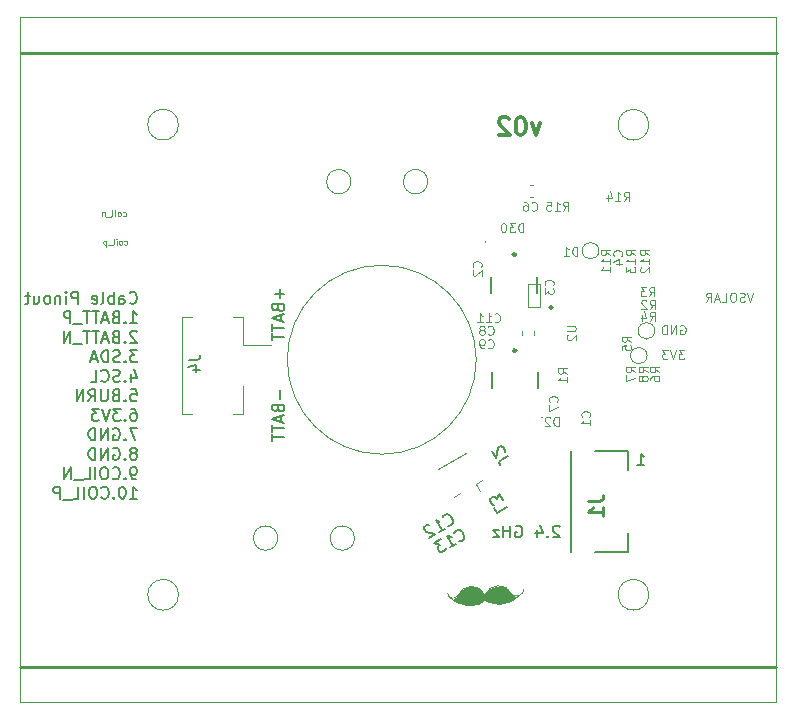
<source format=gbr>
%TF.GenerationSoftware,KiCad,Pcbnew,5.0.2-bee76a0~70~ubuntu18.04.1*%
%TF.CreationDate,2020-02-29T17:25:56-08:00*%
%TF.ProjectId,ypanel,7970616e-656c-42e6-9b69-6361645f7063,rev?*%
%TF.SameCoordinates,Original*%
%TF.FileFunction,Legend,Bot*%
%TF.FilePolarity,Positive*%
%FSLAX46Y46*%
G04 Gerber Fmt 4.6, Leading zero omitted, Abs format (unit mm)*
G04 Created by KiCad (PCBNEW 5.0.2-bee76a0~70~ubuntu18.04.1) date Sat 29 Feb 2020 05:25:56 PM PST*
%MOMM*%
%LPD*%
G01*
G04 APERTURE LIST*
%ADD10C,0.100000*%
%ADD11C,0.177800*%
%ADD12C,0.150000*%
%ADD13C,0.101600*%
%ADD14C,0.120000*%
%ADD15C,0.254000*%
%ADD16C,0.050000*%
%ADD17C,0.300000*%
%ADD18C,0.200000*%
%ADD19C,0.250000*%
%ADD20C,0.127000*%
G04 APERTURE END LIST*
D10*
X151587000Y-99000001D02*
G75*
G03X151587000Y-99000001I-8000000J0D01*
G01*
X134779564Y-114100000D02*
G75*
G03X134779564Y-114100000I-1029564J0D01*
G01*
X141279564Y-114100000D02*
G75*
G03X141279564Y-114100000I-1029564J0D01*
G01*
X126375000Y-118900000D02*
G75*
G03X126375000Y-118900000I-1300000J0D01*
G01*
X140979564Y-83920436D02*
G75*
G03X140979564Y-83920436I-1029564J0D01*
G01*
X147479564Y-83920436D02*
G75*
G03X147479564Y-83920436I-1029564J0D01*
G01*
X176975000Y-70000000D02*
X176975000Y-128000000D01*
D11*
X165214285Y-107952380D02*
X165785714Y-107952380D01*
X165500000Y-107952380D02*
X165500000Y-106952380D01*
X165595238Y-107095238D01*
X165690476Y-107190476D01*
X165785714Y-107238095D01*
X158638523Y-113136419D02*
X158590904Y-113088800D01*
X158495666Y-113041180D01*
X158257571Y-113041180D01*
X158162333Y-113088800D01*
X158114714Y-113136419D01*
X158067095Y-113231657D01*
X158067095Y-113326895D01*
X158114714Y-113469752D01*
X158686142Y-114041180D01*
X158067095Y-114041180D01*
X157638523Y-113945942D02*
X157590904Y-113993561D01*
X157638523Y-114041180D01*
X157686142Y-113993561D01*
X157638523Y-113945942D01*
X157638523Y-114041180D01*
X156733761Y-113374514D02*
X156733761Y-114041180D01*
X156971857Y-112993561D02*
X157209952Y-113707847D01*
X156590904Y-113707847D01*
X154924238Y-113088800D02*
X155019476Y-113041180D01*
X155162333Y-113041180D01*
X155305190Y-113088800D01*
X155400428Y-113184038D01*
X155448047Y-113279276D01*
X155495666Y-113469752D01*
X155495666Y-113612609D01*
X155448047Y-113803085D01*
X155400428Y-113898323D01*
X155305190Y-113993561D01*
X155162333Y-114041180D01*
X155067095Y-114041180D01*
X154924238Y-113993561D01*
X154876619Y-113945942D01*
X154876619Y-113612609D01*
X155067095Y-113612609D01*
X154448047Y-114041180D02*
X154448047Y-113041180D01*
X154448047Y-113517371D02*
X153876619Y-113517371D01*
X153876619Y-114041180D02*
X153876619Y-113041180D01*
X153495666Y-113374514D02*
X152971857Y-113374514D01*
X153495666Y-114041180D01*
X152971857Y-114041180D01*
D12*
X122232176Y-94164342D02*
X122279795Y-94211961D01*
X122422652Y-94259580D01*
X122517890Y-94259580D01*
X122660747Y-94211961D01*
X122755985Y-94116723D01*
X122803604Y-94021485D01*
X122851223Y-93831009D01*
X122851223Y-93688152D01*
X122803604Y-93497676D01*
X122755985Y-93402438D01*
X122660747Y-93307200D01*
X122517890Y-93259580D01*
X122422652Y-93259580D01*
X122279795Y-93307200D01*
X122232176Y-93354819D01*
X121375033Y-94259580D02*
X121375033Y-93735771D01*
X121422652Y-93640533D01*
X121517890Y-93592914D01*
X121708366Y-93592914D01*
X121803604Y-93640533D01*
X121375033Y-94211961D02*
X121470271Y-94259580D01*
X121708366Y-94259580D01*
X121803604Y-94211961D01*
X121851223Y-94116723D01*
X121851223Y-94021485D01*
X121803604Y-93926247D01*
X121708366Y-93878628D01*
X121470271Y-93878628D01*
X121375033Y-93831009D01*
X120898842Y-94259580D02*
X120898842Y-93259580D01*
X120898842Y-93640533D02*
X120803604Y-93592914D01*
X120613128Y-93592914D01*
X120517890Y-93640533D01*
X120470271Y-93688152D01*
X120422652Y-93783390D01*
X120422652Y-94069104D01*
X120470271Y-94164342D01*
X120517890Y-94211961D01*
X120613128Y-94259580D01*
X120803604Y-94259580D01*
X120898842Y-94211961D01*
X119851223Y-94259580D02*
X119946461Y-94211961D01*
X119994080Y-94116723D01*
X119994080Y-93259580D01*
X119089319Y-94211961D02*
X119184557Y-94259580D01*
X119375033Y-94259580D01*
X119470271Y-94211961D01*
X119517890Y-94116723D01*
X119517890Y-93735771D01*
X119470271Y-93640533D01*
X119375033Y-93592914D01*
X119184557Y-93592914D01*
X119089319Y-93640533D01*
X119041700Y-93735771D01*
X119041700Y-93831009D01*
X119517890Y-93926247D01*
X117851223Y-94259580D02*
X117851223Y-93259580D01*
X117470271Y-93259580D01*
X117375033Y-93307200D01*
X117327414Y-93354819D01*
X117279795Y-93450057D01*
X117279795Y-93592914D01*
X117327414Y-93688152D01*
X117375033Y-93735771D01*
X117470271Y-93783390D01*
X117851223Y-93783390D01*
X116851223Y-94259580D02*
X116851223Y-93592914D01*
X116851223Y-93259580D02*
X116898842Y-93307200D01*
X116851223Y-93354819D01*
X116803604Y-93307200D01*
X116851223Y-93259580D01*
X116851223Y-93354819D01*
X116375033Y-93592914D02*
X116375033Y-94259580D01*
X116375033Y-93688152D02*
X116327414Y-93640533D01*
X116232176Y-93592914D01*
X116089319Y-93592914D01*
X115994080Y-93640533D01*
X115946461Y-93735771D01*
X115946461Y-94259580D01*
X115327414Y-94259580D02*
X115422652Y-94211961D01*
X115470271Y-94164342D01*
X115517890Y-94069104D01*
X115517890Y-93783390D01*
X115470271Y-93688152D01*
X115422652Y-93640533D01*
X115327414Y-93592914D01*
X115184557Y-93592914D01*
X115089319Y-93640533D01*
X115041700Y-93688152D01*
X114994080Y-93783390D01*
X114994080Y-94069104D01*
X115041700Y-94164342D01*
X115089319Y-94211961D01*
X115184557Y-94259580D01*
X115327414Y-94259580D01*
X114136938Y-93592914D02*
X114136938Y-94259580D01*
X114565509Y-93592914D02*
X114565509Y-94116723D01*
X114517890Y-94211961D01*
X114422652Y-94259580D01*
X114279795Y-94259580D01*
X114184557Y-94211961D01*
X114136938Y-94164342D01*
X113803604Y-93592914D02*
X113422652Y-93592914D01*
X113660747Y-93259580D02*
X113660747Y-94116723D01*
X113613128Y-94211961D01*
X113517890Y-94259580D01*
X113422652Y-94259580D01*
X122279795Y-95909580D02*
X122851223Y-95909580D01*
X122565509Y-95909580D02*
X122565509Y-94909580D01*
X122660747Y-95052438D01*
X122755985Y-95147676D01*
X122851223Y-95195295D01*
X121851223Y-95814342D02*
X121803604Y-95861961D01*
X121851223Y-95909580D01*
X121898842Y-95861961D01*
X121851223Y-95814342D01*
X121851223Y-95909580D01*
X121041700Y-95385771D02*
X120898842Y-95433390D01*
X120851223Y-95481009D01*
X120803604Y-95576247D01*
X120803604Y-95719104D01*
X120851223Y-95814342D01*
X120898842Y-95861961D01*
X120994080Y-95909580D01*
X121375033Y-95909580D01*
X121375033Y-94909580D01*
X121041700Y-94909580D01*
X120946461Y-94957200D01*
X120898842Y-95004819D01*
X120851223Y-95100057D01*
X120851223Y-95195295D01*
X120898842Y-95290533D01*
X120946461Y-95338152D01*
X121041700Y-95385771D01*
X121375033Y-95385771D01*
X120422652Y-95623866D02*
X119946461Y-95623866D01*
X120517890Y-95909580D02*
X120184557Y-94909580D01*
X119851223Y-95909580D01*
X119660747Y-94909580D02*
X119089319Y-94909580D01*
X119375033Y-95909580D02*
X119375033Y-94909580D01*
X118898842Y-94909580D02*
X118327414Y-94909580D01*
X118613128Y-95909580D02*
X118613128Y-94909580D01*
X118232176Y-96004819D02*
X117470271Y-96004819D01*
X117232176Y-95909580D02*
X117232176Y-94909580D01*
X116851223Y-94909580D01*
X116755985Y-94957200D01*
X116708366Y-95004819D01*
X116660747Y-95100057D01*
X116660747Y-95242914D01*
X116708366Y-95338152D01*
X116755985Y-95385771D01*
X116851223Y-95433390D01*
X117232176Y-95433390D01*
X122851223Y-96654819D02*
X122803604Y-96607200D01*
X122708366Y-96559580D01*
X122470271Y-96559580D01*
X122375033Y-96607200D01*
X122327414Y-96654819D01*
X122279795Y-96750057D01*
X122279795Y-96845295D01*
X122327414Y-96988152D01*
X122898842Y-97559580D01*
X122279795Y-97559580D01*
X121851223Y-97464342D02*
X121803604Y-97511961D01*
X121851223Y-97559580D01*
X121898842Y-97511961D01*
X121851223Y-97464342D01*
X121851223Y-97559580D01*
X121041700Y-97035771D02*
X120898842Y-97083390D01*
X120851223Y-97131009D01*
X120803604Y-97226247D01*
X120803604Y-97369104D01*
X120851223Y-97464342D01*
X120898842Y-97511961D01*
X120994080Y-97559580D01*
X121375033Y-97559580D01*
X121375033Y-96559580D01*
X121041700Y-96559580D01*
X120946461Y-96607200D01*
X120898842Y-96654819D01*
X120851223Y-96750057D01*
X120851223Y-96845295D01*
X120898842Y-96940533D01*
X120946461Y-96988152D01*
X121041700Y-97035771D01*
X121375033Y-97035771D01*
X120422652Y-97273866D02*
X119946461Y-97273866D01*
X120517890Y-97559580D02*
X120184557Y-96559580D01*
X119851223Y-97559580D01*
X119660747Y-96559580D02*
X119089319Y-96559580D01*
X119375033Y-97559580D02*
X119375033Y-96559580D01*
X118898842Y-96559580D02*
X118327414Y-96559580D01*
X118613128Y-97559580D02*
X118613128Y-96559580D01*
X118232176Y-97654819D02*
X117470271Y-97654819D01*
X117232176Y-97559580D02*
X117232176Y-96559580D01*
X116660747Y-97559580D01*
X116660747Y-96559580D01*
X122898842Y-98209580D02*
X122279795Y-98209580D01*
X122613128Y-98590533D01*
X122470271Y-98590533D01*
X122375033Y-98638152D01*
X122327414Y-98685771D01*
X122279795Y-98781009D01*
X122279795Y-99019104D01*
X122327414Y-99114342D01*
X122375033Y-99161961D01*
X122470271Y-99209580D01*
X122755985Y-99209580D01*
X122851223Y-99161961D01*
X122898842Y-99114342D01*
X121851223Y-99114342D02*
X121803604Y-99161961D01*
X121851223Y-99209580D01*
X121898842Y-99161961D01*
X121851223Y-99114342D01*
X121851223Y-99209580D01*
X121422652Y-99161961D02*
X121279795Y-99209580D01*
X121041700Y-99209580D01*
X120946461Y-99161961D01*
X120898842Y-99114342D01*
X120851223Y-99019104D01*
X120851223Y-98923866D01*
X120898842Y-98828628D01*
X120946461Y-98781009D01*
X121041700Y-98733390D01*
X121232176Y-98685771D01*
X121327414Y-98638152D01*
X121375033Y-98590533D01*
X121422652Y-98495295D01*
X121422652Y-98400057D01*
X121375033Y-98304819D01*
X121327414Y-98257200D01*
X121232176Y-98209580D01*
X120994080Y-98209580D01*
X120851223Y-98257200D01*
X120422652Y-99209580D02*
X120422652Y-98209580D01*
X120184557Y-98209580D01*
X120041700Y-98257200D01*
X119946461Y-98352438D01*
X119898842Y-98447676D01*
X119851223Y-98638152D01*
X119851223Y-98781009D01*
X119898842Y-98971485D01*
X119946461Y-99066723D01*
X120041700Y-99161961D01*
X120184557Y-99209580D01*
X120422652Y-99209580D01*
X119470271Y-98923866D02*
X118994080Y-98923866D01*
X119565509Y-99209580D02*
X119232176Y-98209580D01*
X118898842Y-99209580D01*
X122375033Y-100192914D02*
X122375033Y-100859580D01*
X122613128Y-99811961D02*
X122851223Y-100526247D01*
X122232176Y-100526247D01*
X121851223Y-100764342D02*
X121803604Y-100811961D01*
X121851223Y-100859580D01*
X121898842Y-100811961D01*
X121851223Y-100764342D01*
X121851223Y-100859580D01*
X121422652Y-100811961D02*
X121279795Y-100859580D01*
X121041700Y-100859580D01*
X120946461Y-100811961D01*
X120898842Y-100764342D01*
X120851223Y-100669104D01*
X120851223Y-100573866D01*
X120898842Y-100478628D01*
X120946461Y-100431009D01*
X121041700Y-100383390D01*
X121232176Y-100335771D01*
X121327414Y-100288152D01*
X121375033Y-100240533D01*
X121422652Y-100145295D01*
X121422652Y-100050057D01*
X121375033Y-99954819D01*
X121327414Y-99907200D01*
X121232176Y-99859580D01*
X120994080Y-99859580D01*
X120851223Y-99907200D01*
X119851223Y-100764342D02*
X119898842Y-100811961D01*
X120041700Y-100859580D01*
X120136938Y-100859580D01*
X120279795Y-100811961D01*
X120375033Y-100716723D01*
X120422652Y-100621485D01*
X120470271Y-100431009D01*
X120470271Y-100288152D01*
X120422652Y-100097676D01*
X120375033Y-100002438D01*
X120279795Y-99907200D01*
X120136938Y-99859580D01*
X120041700Y-99859580D01*
X119898842Y-99907200D01*
X119851223Y-99954819D01*
X118946461Y-100859580D02*
X119422652Y-100859580D01*
X119422652Y-99859580D01*
X122327414Y-101509580D02*
X122803604Y-101509580D01*
X122851223Y-101985771D01*
X122803604Y-101938152D01*
X122708366Y-101890533D01*
X122470271Y-101890533D01*
X122375033Y-101938152D01*
X122327414Y-101985771D01*
X122279795Y-102081009D01*
X122279795Y-102319104D01*
X122327414Y-102414342D01*
X122375033Y-102461961D01*
X122470271Y-102509580D01*
X122708366Y-102509580D01*
X122803604Y-102461961D01*
X122851223Y-102414342D01*
X121851223Y-102414342D02*
X121803604Y-102461961D01*
X121851223Y-102509580D01*
X121898842Y-102461961D01*
X121851223Y-102414342D01*
X121851223Y-102509580D01*
X121041700Y-101985771D02*
X120898842Y-102033390D01*
X120851223Y-102081009D01*
X120803604Y-102176247D01*
X120803604Y-102319104D01*
X120851223Y-102414342D01*
X120898842Y-102461961D01*
X120994080Y-102509580D01*
X121375033Y-102509580D01*
X121375033Y-101509580D01*
X121041700Y-101509580D01*
X120946461Y-101557200D01*
X120898842Y-101604819D01*
X120851223Y-101700057D01*
X120851223Y-101795295D01*
X120898842Y-101890533D01*
X120946461Y-101938152D01*
X121041700Y-101985771D01*
X121375033Y-101985771D01*
X120375033Y-101509580D02*
X120375033Y-102319104D01*
X120327414Y-102414342D01*
X120279795Y-102461961D01*
X120184557Y-102509580D01*
X119994080Y-102509580D01*
X119898842Y-102461961D01*
X119851223Y-102414342D01*
X119803604Y-102319104D01*
X119803604Y-101509580D01*
X118755985Y-102509580D02*
X119089319Y-102033390D01*
X119327414Y-102509580D02*
X119327414Y-101509580D01*
X118946461Y-101509580D01*
X118851223Y-101557200D01*
X118803604Y-101604819D01*
X118755985Y-101700057D01*
X118755985Y-101842914D01*
X118803604Y-101938152D01*
X118851223Y-101985771D01*
X118946461Y-102033390D01*
X119327414Y-102033390D01*
X118327414Y-102509580D02*
X118327414Y-101509580D01*
X117755985Y-102509580D01*
X117755985Y-101509580D01*
X122375033Y-103159580D02*
X122565509Y-103159580D01*
X122660747Y-103207200D01*
X122708366Y-103254819D01*
X122803604Y-103397676D01*
X122851223Y-103588152D01*
X122851223Y-103969104D01*
X122803604Y-104064342D01*
X122755985Y-104111961D01*
X122660747Y-104159580D01*
X122470271Y-104159580D01*
X122375033Y-104111961D01*
X122327414Y-104064342D01*
X122279795Y-103969104D01*
X122279795Y-103731009D01*
X122327414Y-103635771D01*
X122375033Y-103588152D01*
X122470271Y-103540533D01*
X122660747Y-103540533D01*
X122755985Y-103588152D01*
X122803604Y-103635771D01*
X122851223Y-103731009D01*
X121851223Y-104064342D02*
X121803604Y-104111961D01*
X121851223Y-104159580D01*
X121898842Y-104111961D01*
X121851223Y-104064342D01*
X121851223Y-104159580D01*
X121470271Y-103159580D02*
X120851223Y-103159580D01*
X121184557Y-103540533D01*
X121041700Y-103540533D01*
X120946461Y-103588152D01*
X120898842Y-103635771D01*
X120851223Y-103731009D01*
X120851223Y-103969104D01*
X120898842Y-104064342D01*
X120946461Y-104111961D01*
X121041700Y-104159580D01*
X121327414Y-104159580D01*
X121422652Y-104111961D01*
X121470271Y-104064342D01*
X120565509Y-103159580D02*
X120232176Y-104159580D01*
X119898842Y-103159580D01*
X119660747Y-103159580D02*
X119041700Y-103159580D01*
X119375033Y-103540533D01*
X119232176Y-103540533D01*
X119136938Y-103588152D01*
X119089319Y-103635771D01*
X119041700Y-103731009D01*
X119041700Y-103969104D01*
X119089319Y-104064342D01*
X119136938Y-104111961D01*
X119232176Y-104159580D01*
X119517890Y-104159580D01*
X119613128Y-104111961D01*
X119660747Y-104064342D01*
X122898842Y-104809580D02*
X122232176Y-104809580D01*
X122660747Y-105809580D01*
X121851223Y-105714342D02*
X121803604Y-105761961D01*
X121851223Y-105809580D01*
X121898842Y-105761961D01*
X121851223Y-105714342D01*
X121851223Y-105809580D01*
X120851223Y-104857200D02*
X120946461Y-104809580D01*
X121089319Y-104809580D01*
X121232176Y-104857200D01*
X121327414Y-104952438D01*
X121375033Y-105047676D01*
X121422652Y-105238152D01*
X121422652Y-105381009D01*
X121375033Y-105571485D01*
X121327414Y-105666723D01*
X121232176Y-105761961D01*
X121089319Y-105809580D01*
X120994080Y-105809580D01*
X120851223Y-105761961D01*
X120803604Y-105714342D01*
X120803604Y-105381009D01*
X120994080Y-105381009D01*
X120375033Y-105809580D02*
X120375033Y-104809580D01*
X119803604Y-105809580D01*
X119803604Y-104809580D01*
X119327414Y-105809580D02*
X119327414Y-104809580D01*
X119089319Y-104809580D01*
X118946461Y-104857200D01*
X118851223Y-104952438D01*
X118803604Y-105047676D01*
X118755985Y-105238152D01*
X118755985Y-105381009D01*
X118803604Y-105571485D01*
X118851223Y-105666723D01*
X118946461Y-105761961D01*
X119089319Y-105809580D01*
X119327414Y-105809580D01*
X122660747Y-106888152D02*
X122755985Y-106840533D01*
X122803604Y-106792914D01*
X122851223Y-106697676D01*
X122851223Y-106650057D01*
X122803604Y-106554819D01*
X122755985Y-106507200D01*
X122660747Y-106459580D01*
X122470271Y-106459580D01*
X122375033Y-106507200D01*
X122327414Y-106554819D01*
X122279795Y-106650057D01*
X122279795Y-106697676D01*
X122327414Y-106792914D01*
X122375033Y-106840533D01*
X122470271Y-106888152D01*
X122660747Y-106888152D01*
X122755985Y-106935771D01*
X122803604Y-106983390D01*
X122851223Y-107078628D01*
X122851223Y-107269104D01*
X122803604Y-107364342D01*
X122755985Y-107411961D01*
X122660747Y-107459580D01*
X122470271Y-107459580D01*
X122375033Y-107411961D01*
X122327414Y-107364342D01*
X122279795Y-107269104D01*
X122279795Y-107078628D01*
X122327414Y-106983390D01*
X122375033Y-106935771D01*
X122470271Y-106888152D01*
X121851223Y-107364342D02*
X121803604Y-107411961D01*
X121851223Y-107459580D01*
X121898842Y-107411961D01*
X121851223Y-107364342D01*
X121851223Y-107459580D01*
X120851223Y-106507200D02*
X120946461Y-106459580D01*
X121089319Y-106459580D01*
X121232176Y-106507200D01*
X121327414Y-106602438D01*
X121375033Y-106697676D01*
X121422652Y-106888152D01*
X121422652Y-107031009D01*
X121375033Y-107221485D01*
X121327414Y-107316723D01*
X121232176Y-107411961D01*
X121089319Y-107459580D01*
X120994080Y-107459580D01*
X120851223Y-107411961D01*
X120803604Y-107364342D01*
X120803604Y-107031009D01*
X120994080Y-107031009D01*
X120375033Y-107459580D02*
X120375033Y-106459580D01*
X119803604Y-107459580D01*
X119803604Y-106459580D01*
X119327414Y-107459580D02*
X119327414Y-106459580D01*
X119089319Y-106459580D01*
X118946461Y-106507200D01*
X118851223Y-106602438D01*
X118803604Y-106697676D01*
X118755985Y-106888152D01*
X118755985Y-107031009D01*
X118803604Y-107221485D01*
X118851223Y-107316723D01*
X118946461Y-107411961D01*
X119089319Y-107459580D01*
X119327414Y-107459580D01*
X122755985Y-109109580D02*
X122565509Y-109109580D01*
X122470271Y-109061961D01*
X122422652Y-109014342D01*
X122327414Y-108871485D01*
X122279795Y-108681009D01*
X122279795Y-108300057D01*
X122327414Y-108204819D01*
X122375033Y-108157200D01*
X122470271Y-108109580D01*
X122660747Y-108109580D01*
X122755985Y-108157200D01*
X122803604Y-108204819D01*
X122851223Y-108300057D01*
X122851223Y-108538152D01*
X122803604Y-108633390D01*
X122755985Y-108681009D01*
X122660747Y-108728628D01*
X122470271Y-108728628D01*
X122375033Y-108681009D01*
X122327414Y-108633390D01*
X122279795Y-108538152D01*
X121851223Y-109014342D02*
X121803604Y-109061961D01*
X121851223Y-109109580D01*
X121898842Y-109061961D01*
X121851223Y-109014342D01*
X121851223Y-109109580D01*
X120803604Y-109014342D02*
X120851223Y-109061961D01*
X120994080Y-109109580D01*
X121089319Y-109109580D01*
X121232176Y-109061961D01*
X121327414Y-108966723D01*
X121375033Y-108871485D01*
X121422652Y-108681009D01*
X121422652Y-108538152D01*
X121375033Y-108347676D01*
X121327414Y-108252438D01*
X121232176Y-108157200D01*
X121089319Y-108109580D01*
X120994080Y-108109580D01*
X120851223Y-108157200D01*
X120803604Y-108204819D01*
X120184557Y-108109580D02*
X119994080Y-108109580D01*
X119898842Y-108157200D01*
X119803604Y-108252438D01*
X119755985Y-108442914D01*
X119755985Y-108776247D01*
X119803604Y-108966723D01*
X119898842Y-109061961D01*
X119994080Y-109109580D01*
X120184557Y-109109580D01*
X120279795Y-109061961D01*
X120375033Y-108966723D01*
X120422652Y-108776247D01*
X120422652Y-108442914D01*
X120375033Y-108252438D01*
X120279795Y-108157200D01*
X120184557Y-108109580D01*
X119327414Y-109109580D02*
X119327414Y-108109580D01*
X118375033Y-109109580D02*
X118851223Y-109109580D01*
X118851223Y-108109580D01*
X118279795Y-109204819D02*
X117517890Y-109204819D01*
X117279795Y-109109580D02*
X117279795Y-108109580D01*
X116708366Y-109109580D01*
X116708366Y-108109580D01*
X122279795Y-110759580D02*
X122851223Y-110759580D01*
X122565509Y-110759580D02*
X122565509Y-109759580D01*
X122660747Y-109902438D01*
X122755985Y-109997676D01*
X122851223Y-110045295D01*
X121660747Y-109759580D02*
X121565509Y-109759580D01*
X121470271Y-109807200D01*
X121422652Y-109854819D01*
X121375033Y-109950057D01*
X121327414Y-110140533D01*
X121327414Y-110378628D01*
X121375033Y-110569104D01*
X121422652Y-110664342D01*
X121470271Y-110711961D01*
X121565509Y-110759580D01*
X121660747Y-110759580D01*
X121755985Y-110711961D01*
X121803604Y-110664342D01*
X121851223Y-110569104D01*
X121898842Y-110378628D01*
X121898842Y-110140533D01*
X121851223Y-109950057D01*
X121803604Y-109854819D01*
X121755985Y-109807200D01*
X121660747Y-109759580D01*
X120898842Y-110664342D02*
X120851223Y-110711961D01*
X120898842Y-110759580D01*
X120946461Y-110711961D01*
X120898842Y-110664342D01*
X120898842Y-110759580D01*
X119851223Y-110664342D02*
X119898842Y-110711961D01*
X120041700Y-110759580D01*
X120136938Y-110759580D01*
X120279795Y-110711961D01*
X120375033Y-110616723D01*
X120422652Y-110521485D01*
X120470271Y-110331009D01*
X120470271Y-110188152D01*
X120422652Y-109997676D01*
X120375033Y-109902438D01*
X120279795Y-109807200D01*
X120136938Y-109759580D01*
X120041700Y-109759580D01*
X119898842Y-109807200D01*
X119851223Y-109854819D01*
X119232176Y-109759580D02*
X119041700Y-109759580D01*
X118946461Y-109807200D01*
X118851223Y-109902438D01*
X118803604Y-110092914D01*
X118803604Y-110426247D01*
X118851223Y-110616723D01*
X118946461Y-110711961D01*
X119041700Y-110759580D01*
X119232176Y-110759580D01*
X119327414Y-110711961D01*
X119422652Y-110616723D01*
X119470271Y-110426247D01*
X119470271Y-110092914D01*
X119422652Y-109902438D01*
X119327414Y-109807200D01*
X119232176Y-109759580D01*
X118375033Y-110759580D02*
X118375033Y-109759580D01*
X117422652Y-110759580D02*
X117898842Y-110759580D01*
X117898842Y-109759580D01*
X117327414Y-110854819D02*
X116565509Y-110854819D01*
X116327414Y-110759580D02*
X116327414Y-109759580D01*
X115946461Y-109759580D01*
X115851223Y-109807200D01*
X115803604Y-109854819D01*
X115755985Y-109950057D01*
X115755985Y-110092914D01*
X115803604Y-110188152D01*
X115851223Y-110235771D01*
X115946461Y-110283390D01*
X116327414Y-110283390D01*
D13*
X168880571Y-96119000D02*
X168953142Y-96082714D01*
X169062000Y-96082714D01*
X169170857Y-96119000D01*
X169243428Y-96191571D01*
X169279714Y-96264142D01*
X169316000Y-96409285D01*
X169316000Y-96518142D01*
X169279714Y-96663285D01*
X169243428Y-96735857D01*
X169170857Y-96808428D01*
X169062000Y-96844714D01*
X168989428Y-96844714D01*
X168880571Y-96808428D01*
X168844285Y-96772142D01*
X168844285Y-96518142D01*
X168989428Y-96518142D01*
X168517714Y-96844714D02*
X168517714Y-96082714D01*
X168082285Y-96844714D01*
X168082285Y-96082714D01*
X167719428Y-96844714D02*
X167719428Y-96082714D01*
X167538000Y-96082714D01*
X167429142Y-96119000D01*
X167356571Y-96191571D01*
X167320285Y-96264142D01*
X167284000Y-96409285D01*
X167284000Y-96518142D01*
X167320285Y-96663285D01*
X167356571Y-96735857D01*
X167429142Y-96808428D01*
X167538000Y-96844714D01*
X167719428Y-96844714D01*
X169193428Y-98182714D02*
X168721714Y-98182714D01*
X168975714Y-98473000D01*
X168866857Y-98473000D01*
X168794285Y-98509285D01*
X168758000Y-98545571D01*
X168721714Y-98618142D01*
X168721714Y-98799571D01*
X168758000Y-98872142D01*
X168794285Y-98908428D01*
X168866857Y-98944714D01*
X169084571Y-98944714D01*
X169157142Y-98908428D01*
X169193428Y-98872142D01*
X168504000Y-98182714D02*
X168250000Y-98944714D01*
X167996000Y-98182714D01*
X167814571Y-98182714D02*
X167342857Y-98182714D01*
X167596857Y-98473000D01*
X167488000Y-98473000D01*
X167415428Y-98509285D01*
X167379142Y-98545571D01*
X167342857Y-98618142D01*
X167342857Y-98799571D01*
X167379142Y-98872142D01*
X167415428Y-98908428D01*
X167488000Y-98944714D01*
X167705714Y-98944714D01*
X167778285Y-98908428D01*
X167814571Y-98872142D01*
X175039020Y-93331574D02*
X174785020Y-94093574D01*
X174531020Y-93331574D01*
X174313305Y-94057288D02*
X174204448Y-94093574D01*
X174023020Y-94093574D01*
X173950448Y-94057288D01*
X173914162Y-94021002D01*
X173877877Y-93948431D01*
X173877877Y-93875860D01*
X173914162Y-93803288D01*
X173950448Y-93767002D01*
X174023020Y-93730717D01*
X174168162Y-93694431D01*
X174240734Y-93658145D01*
X174277020Y-93621860D01*
X174313305Y-93549288D01*
X174313305Y-93476717D01*
X174277020Y-93404145D01*
X174240734Y-93367860D01*
X174168162Y-93331574D01*
X173986734Y-93331574D01*
X173877877Y-93367860D01*
X173406162Y-93331574D02*
X173261020Y-93331574D01*
X173188448Y-93367860D01*
X173115877Y-93440431D01*
X173079591Y-93585574D01*
X173079591Y-93839574D01*
X173115877Y-93984717D01*
X173188448Y-94057288D01*
X173261020Y-94093574D01*
X173406162Y-94093574D01*
X173478734Y-94057288D01*
X173551305Y-93984717D01*
X173587591Y-93839574D01*
X173587591Y-93585574D01*
X173551305Y-93440431D01*
X173478734Y-93367860D01*
X173406162Y-93331574D01*
X172390162Y-94093574D02*
X172753020Y-94093574D01*
X172753020Y-93331574D01*
X172172448Y-93875860D02*
X171809591Y-93875860D01*
X172245020Y-94093574D02*
X171991020Y-93331574D01*
X171737020Y-94093574D01*
X171047591Y-94093574D02*
X171301591Y-93730717D01*
X171483020Y-94093574D02*
X171483020Y-93331574D01*
X171192734Y-93331574D01*
X171120162Y-93367860D01*
X171083877Y-93404145D01*
X171047591Y-93476717D01*
X171047591Y-93585574D01*
X171083877Y-93658145D01*
X171120162Y-93694431D01*
X171192734Y-93730717D01*
X171483020Y-93730717D01*
D14*
X156011200Y-92624800D02*
X156011200Y-94555200D01*
X157027200Y-92624800D02*
X156011200Y-92624800D01*
X157027200Y-94555200D02*
X157027200Y-92624800D01*
X156011200Y-94555200D02*
X157027200Y-94555200D01*
D15*
X113000000Y-125000000D02*
X176987200Y-125000000D01*
X113030000Y-72999600D02*
X177017200Y-72999600D01*
D10*
X166200000Y-118900000D02*
G75*
G03X166200000Y-118900000I-1300000J0D01*
G01*
D16*
X126372800Y-79100000D02*
G75*
G03X126372800Y-79100000I-1300000J0D01*
G01*
D10*
X166195000Y-79102480D02*
G75*
G03X166195000Y-79102480I-1300000J0D01*
G01*
X121804809Y-89229380D02*
X121852428Y-89253190D01*
X121947666Y-89253190D01*
X121995285Y-89229380D01*
X122019095Y-89205571D01*
X122042904Y-89157952D01*
X122042904Y-89015095D01*
X122019095Y-88967476D01*
X121995285Y-88943666D01*
X121947666Y-88919857D01*
X121852428Y-88919857D01*
X121804809Y-88943666D01*
X121519095Y-89253190D02*
X121566714Y-89229380D01*
X121590523Y-89205571D01*
X121614333Y-89157952D01*
X121614333Y-89015095D01*
X121590523Y-88967476D01*
X121566714Y-88943666D01*
X121519095Y-88919857D01*
X121447666Y-88919857D01*
X121400047Y-88943666D01*
X121376238Y-88967476D01*
X121352428Y-89015095D01*
X121352428Y-89157952D01*
X121376238Y-89205571D01*
X121400047Y-89229380D01*
X121447666Y-89253190D01*
X121519095Y-89253190D01*
X121138142Y-89253190D02*
X121138142Y-88919857D01*
X121138142Y-88753190D02*
X121161952Y-88777000D01*
X121138142Y-88800809D01*
X121114333Y-88777000D01*
X121138142Y-88753190D01*
X121138142Y-88800809D01*
X120828619Y-89253190D02*
X120876238Y-89229380D01*
X120900047Y-89181761D01*
X120900047Y-88753190D01*
X120757190Y-89300809D02*
X120376238Y-89300809D01*
X120257190Y-88919857D02*
X120257190Y-89419857D01*
X120257190Y-88943666D02*
X120209571Y-88919857D01*
X120114333Y-88919857D01*
X120066714Y-88943666D01*
X120042904Y-88967476D01*
X120019095Y-89015095D01*
X120019095Y-89157952D01*
X120042904Y-89205571D01*
X120066714Y-89229380D01*
X120114333Y-89253190D01*
X120209571Y-89253190D01*
X120257190Y-89229380D01*
X121677809Y-86816380D02*
X121725428Y-86840190D01*
X121820666Y-86840190D01*
X121868285Y-86816380D01*
X121892095Y-86792571D01*
X121915904Y-86744952D01*
X121915904Y-86602095D01*
X121892095Y-86554476D01*
X121868285Y-86530666D01*
X121820666Y-86506857D01*
X121725428Y-86506857D01*
X121677809Y-86530666D01*
X121392095Y-86840190D02*
X121439714Y-86816380D01*
X121463523Y-86792571D01*
X121487333Y-86744952D01*
X121487333Y-86602095D01*
X121463523Y-86554476D01*
X121439714Y-86530666D01*
X121392095Y-86506857D01*
X121320666Y-86506857D01*
X121273047Y-86530666D01*
X121249238Y-86554476D01*
X121225428Y-86602095D01*
X121225428Y-86744952D01*
X121249238Y-86792571D01*
X121273047Y-86816380D01*
X121320666Y-86840190D01*
X121392095Y-86840190D01*
X121011142Y-86840190D02*
X121011142Y-86506857D01*
X121011142Y-86340190D02*
X121034952Y-86364000D01*
X121011142Y-86387809D01*
X120987333Y-86364000D01*
X121011142Y-86340190D01*
X121011142Y-86387809D01*
X120701619Y-86840190D02*
X120749238Y-86816380D01*
X120773047Y-86768761D01*
X120773047Y-86340190D01*
X120630190Y-86887809D02*
X120249238Y-86887809D01*
X120130190Y-86506857D02*
X120130190Y-86840190D01*
X120130190Y-86554476D02*
X120106380Y-86530666D01*
X120058761Y-86506857D01*
X119987333Y-86506857D01*
X119939714Y-86530666D01*
X119915904Y-86578285D01*
X119915904Y-86840190D01*
D17*
X156985714Y-78978571D02*
X156628571Y-79978571D01*
X156271428Y-78978571D01*
X155414285Y-78478571D02*
X155271428Y-78478571D01*
X155128571Y-78550000D01*
X155057142Y-78621428D01*
X154985714Y-78764285D01*
X154914285Y-79050000D01*
X154914285Y-79407142D01*
X154985714Y-79692857D01*
X155057142Y-79835714D01*
X155128571Y-79907142D01*
X155271428Y-79978571D01*
X155414285Y-79978571D01*
X155557142Y-79907142D01*
X155628571Y-79835714D01*
X155700000Y-79692857D01*
X155771428Y-79407142D01*
X155771428Y-79050000D01*
X155700000Y-78764285D01*
X155628571Y-78621428D01*
X155557142Y-78550000D01*
X155414285Y-78478571D01*
X154342857Y-78621428D02*
X154271428Y-78550000D01*
X154128571Y-78478571D01*
X153771428Y-78478571D01*
X153628571Y-78550000D01*
X153557142Y-78621428D01*
X153485714Y-78764285D01*
X153485714Y-78907142D01*
X153557142Y-79121428D01*
X154414285Y-79978571D01*
X153485714Y-79978571D01*
D14*
X152304520Y-119382960D02*
G75*
G02X149260774Y-119054102I-1332859J1913849D01*
G01*
X150018520Y-118976560D02*
G75*
G02X149171232Y-118783552I-390089J243807D01*
G01*
X150025578Y-118969223D02*
G75*
G02X152329919Y-118925761I1161342J-464537D01*
G01*
X155415248Y-118824117D02*
G75*
G02X152372520Y-119400360I-1899729J1709756D01*
G01*
X155632520Y-118375360D02*
G75*
G02X154616520Y-118883360I-635000J0D01*
G01*
X152311578Y-118918822D02*
G75*
G02X154615919Y-118875360I1161342J-464537D01*
G01*
D12*
X134945428Y-93051571D02*
X134945428Y-93813476D01*
X135326380Y-93432523D02*
X134564476Y-93432523D01*
X134802571Y-94623000D02*
X134850190Y-94765857D01*
X134897809Y-94813476D01*
X134993047Y-94861095D01*
X135135904Y-94861095D01*
X135231142Y-94813476D01*
X135278761Y-94765857D01*
X135326380Y-94670619D01*
X135326380Y-94289666D01*
X134326380Y-94289666D01*
X134326380Y-94623000D01*
X134374000Y-94718238D01*
X134421619Y-94765857D01*
X134516857Y-94813476D01*
X134612095Y-94813476D01*
X134707333Y-94765857D01*
X134754952Y-94718238D01*
X134802571Y-94623000D01*
X134802571Y-94289666D01*
X135040666Y-95242047D02*
X135040666Y-95718238D01*
X135326380Y-95146809D02*
X134326380Y-95480142D01*
X135326380Y-95813476D01*
X134326380Y-96003952D02*
X134326380Y-96575380D01*
X135326380Y-96289666D02*
X134326380Y-96289666D01*
X134326380Y-96765857D02*
X134326380Y-97337285D01*
X135326380Y-97051571D02*
X134326380Y-97051571D01*
X134945428Y-101560571D02*
X134945428Y-102322476D01*
X134802571Y-103132000D02*
X134850190Y-103274857D01*
X134897809Y-103322476D01*
X134993047Y-103370095D01*
X135135904Y-103370095D01*
X135231142Y-103322476D01*
X135278761Y-103274857D01*
X135326380Y-103179619D01*
X135326380Y-102798666D01*
X134326380Y-102798666D01*
X134326380Y-103132000D01*
X134374000Y-103227238D01*
X134421619Y-103274857D01*
X134516857Y-103322476D01*
X134612095Y-103322476D01*
X134707333Y-103274857D01*
X134754952Y-103227238D01*
X134802571Y-103132000D01*
X134802571Y-102798666D01*
X135040666Y-103751047D02*
X135040666Y-104227238D01*
X135326380Y-103655809D02*
X134326380Y-103989142D01*
X135326380Y-104322476D01*
X134326380Y-104512952D02*
X134326380Y-105084380D01*
X135326380Y-104798666D02*
X134326380Y-104798666D01*
X134326380Y-105274857D02*
X134326380Y-105846285D01*
X135326380Y-105560571D02*
X134326380Y-105560571D01*
D10*
X176975000Y-70000000D02*
X113000000Y-70000000D01*
X113000000Y-128000000D02*
X176975000Y-128000000D01*
X113000000Y-70000000D02*
X113000000Y-128000000D01*
D18*
X164450000Y-106750000D02*
X164450000Y-108300000D01*
X164450000Y-115250000D02*
X164450000Y-113700000D01*
X164450000Y-106750000D02*
X161600000Y-106750000D01*
X164450000Y-115250000D02*
X161600000Y-115250000D01*
X159570000Y-115250000D02*
X159570000Y-106750000D01*
D14*
X161967720Y-89773460D02*
G75*
G03X161967720Y-89773460I-700000J0D01*
G01*
X166700000Y-96550000D02*
G75*
G03X166700000Y-96550000I-700000J0D01*
G01*
X166050000Y-98650000D02*
G75*
G03X166050000Y-98650000I-700000J0D01*
G01*
X126640000Y-103585000D02*
X127490000Y-103585000D01*
X126640000Y-95415000D02*
X126640000Y-103585000D01*
X127490000Y-95415000D02*
X126640000Y-95415000D01*
X131860000Y-103585000D02*
X131860000Y-101260000D01*
X131010000Y-103585000D02*
X131860000Y-103585000D01*
X131860000Y-97740000D02*
X134250000Y-97740000D01*
X131860000Y-95415000D02*
X131860000Y-97740000D01*
X131010000Y-95415000D02*
X131860000Y-95415000D01*
D18*
X152361500Y-89026000D02*
G75*
G03X152361500Y-89026000I-19000J0D01*
G01*
D14*
X156423579Y-85244400D02*
X156098021Y-85244400D01*
X156423579Y-84224400D02*
X156098021Y-84224400D01*
D19*
X158045844Y-94570660D02*
G75*
G03X158045844Y-94570660I-125000J0D01*
G01*
D18*
X157166500Y-103910500D02*
G75*
G03X157166500Y-103910500I-19000J0D01*
G01*
D15*
X154968520Y-98210000D02*
G75*
G03X154968520Y-98210000I-127000J0D01*
G01*
D20*
X152892070Y-101429450D02*
X152892070Y-100070550D01*
X156790970Y-100070550D02*
X156790970Y-101429450D01*
D15*
X154935500Y-90093500D02*
G75*
G03X154935500Y-90093500I-127000J0D01*
G01*
D20*
X152859050Y-93312950D02*
X152859050Y-91954050D01*
X156757950Y-91954050D02*
X156757950Y-93312950D01*
D14*
X156510000Y-96587221D02*
X156510000Y-96912779D01*
X155490000Y-96587221D02*
X155490000Y-96912779D01*
X150711747Y-106884705D02*
X148373479Y-108234705D01*
X151560792Y-109535294D02*
X151875792Y-110080890D01*
X149690177Y-110615294D02*
X150244434Y-110295294D01*
X152115049Y-109215294D02*
X151560792Y-109535294D01*
D12*
X153091559Y-111570527D02*
X153329655Y-111982920D01*
X154195680Y-111482920D01*
X153838537Y-110864330D02*
X153529013Y-110328219D01*
X153365766Y-110807370D01*
X153294337Y-110683652D01*
X153205479Y-110624983D01*
X153140430Y-110607554D01*
X153034142Y-110613933D01*
X152827945Y-110732981D01*
X152769276Y-110821839D01*
X152751846Y-110886888D01*
X152758226Y-110993176D01*
X152901083Y-111240612D01*
X152989942Y-111299281D01*
X153054990Y-111316711D01*
X150135302Y-114337866D02*
X150200350Y-114355295D01*
X150347878Y-114325106D01*
X150430356Y-114277487D01*
X150530265Y-114164819D01*
X150565124Y-114034722D01*
X150558745Y-113928434D01*
X150504746Y-113739667D01*
X150433317Y-113615949D01*
X150296840Y-113474801D01*
X150207982Y-113416132D01*
X150077884Y-113381273D01*
X149930356Y-113411462D01*
X149847878Y-113459081D01*
X149747969Y-113571749D01*
X149730540Y-113636798D01*
X149358134Y-114896535D02*
X149853006Y-114610821D01*
X149605570Y-114753678D02*
X149105570Y-113887652D01*
X149259478Y-113963751D01*
X149389575Y-113998611D01*
X149495863Y-113992231D01*
X148569459Y-114197176D02*
X148033348Y-114506700D01*
X148512500Y-114669948D01*
X148388782Y-114741376D01*
X148330113Y-114830235D01*
X148312683Y-114895283D01*
X148319063Y-115001572D01*
X148438110Y-115207768D01*
X148526969Y-115266437D01*
X148592017Y-115283867D01*
X148698306Y-115277487D01*
X148945741Y-115134630D01*
X149004411Y-115045772D01*
X149021840Y-114980723D01*
X149185302Y-113037866D02*
X149250350Y-113055295D01*
X149397878Y-113025106D01*
X149480356Y-112977487D01*
X149580265Y-112864819D01*
X149615124Y-112734722D01*
X149608745Y-112628434D01*
X149554746Y-112439667D01*
X149483317Y-112315949D01*
X149346840Y-112174801D01*
X149257982Y-112116132D01*
X149127884Y-112081273D01*
X148980356Y-112111462D01*
X148897878Y-112159081D01*
X148797969Y-112271749D01*
X148780540Y-112336798D01*
X148408134Y-113596535D02*
X148903006Y-113310821D01*
X148655570Y-113453678D02*
X148155570Y-112587652D01*
X148309478Y-112663751D01*
X148439575Y-112698611D01*
X148545863Y-112692231D01*
X147625839Y-113003464D02*
X147560790Y-112986034D01*
X147454502Y-112992414D01*
X147248306Y-113111462D01*
X147189637Y-113200320D01*
X147172207Y-113265369D01*
X147178586Y-113371657D01*
X147226206Y-113454136D01*
X147338873Y-113554044D01*
X148119459Y-113763201D01*
X147583348Y-114072725D01*
D15*
X161070483Y-110948526D02*
X161977626Y-110948526D01*
X162159055Y-110888050D01*
X162280007Y-110767098D01*
X162340483Y-110585669D01*
X162340483Y-110464717D01*
X162340483Y-112218526D02*
X162340483Y-111492812D01*
X162340483Y-111855669D02*
X161070483Y-111855669D01*
X161251912Y-111734717D01*
X161372864Y-111613764D01*
X161433340Y-111492812D01*
D12*
X127231660Y-98988866D02*
X127945946Y-98988866D01*
X128088803Y-98941247D01*
X128184041Y-98846009D01*
X128231660Y-98703152D01*
X128231660Y-98607914D01*
X127564994Y-99893628D02*
X128231660Y-99893628D01*
X127184041Y-99655533D02*
X127898327Y-99417438D01*
X127898327Y-100036485D01*
D13*
X155575285Y-88194714D02*
X155575285Y-87432714D01*
X155393857Y-87432714D01*
X155285000Y-87469000D01*
X155212428Y-87541571D01*
X155176142Y-87614142D01*
X155139857Y-87759285D01*
X155139857Y-87868142D01*
X155176142Y-88013285D01*
X155212428Y-88085857D01*
X155285000Y-88158428D01*
X155393857Y-88194714D01*
X155575285Y-88194714D01*
X154885857Y-87432714D02*
X154414142Y-87432714D01*
X154668142Y-87723000D01*
X154559285Y-87723000D01*
X154486714Y-87759285D01*
X154450428Y-87795571D01*
X154414142Y-87868142D01*
X154414142Y-88049571D01*
X154450428Y-88122142D01*
X154486714Y-88158428D01*
X154559285Y-88194714D01*
X154777000Y-88194714D01*
X154849571Y-88158428D01*
X154885857Y-88122142D01*
X153942428Y-87432714D02*
X153869857Y-87432714D01*
X153797285Y-87469000D01*
X153761000Y-87505285D01*
X153724714Y-87577857D01*
X153688428Y-87723000D01*
X153688428Y-87904428D01*
X153724714Y-88049571D01*
X153761000Y-88122142D01*
X153797285Y-88158428D01*
X153869857Y-88194714D01*
X153942428Y-88194714D01*
X154015000Y-88158428D01*
X154051285Y-88122142D01*
X154087571Y-88049571D01*
X154123857Y-87904428D01*
X154123857Y-87723000D01*
X154087571Y-87577857D01*
X154051285Y-87505285D01*
X154015000Y-87469000D01*
X153942428Y-87432714D01*
X156277000Y-86322142D02*
X156313285Y-86358428D01*
X156422142Y-86394714D01*
X156494714Y-86394714D01*
X156603571Y-86358428D01*
X156676142Y-86285857D01*
X156712428Y-86213285D01*
X156748714Y-86068142D01*
X156748714Y-85959285D01*
X156712428Y-85814142D01*
X156676142Y-85741571D01*
X156603571Y-85669000D01*
X156494714Y-85632714D01*
X156422142Y-85632714D01*
X156313285Y-85669000D01*
X156277000Y-85705285D01*
X155623857Y-85632714D02*
X155769000Y-85632714D01*
X155841571Y-85669000D01*
X155877857Y-85705285D01*
X155950428Y-85814142D01*
X155986714Y-85959285D01*
X155986714Y-86249571D01*
X155950428Y-86322142D01*
X155914142Y-86358428D01*
X155841571Y-86394714D01*
X155696428Y-86394714D01*
X155623857Y-86358428D01*
X155587571Y-86322142D01*
X155551285Y-86249571D01*
X155551285Y-86068142D01*
X155587571Y-85995571D01*
X155623857Y-85959285D01*
X155696428Y-85923000D01*
X155841571Y-85923000D01*
X155914142Y-85959285D01*
X155950428Y-85995571D01*
X155986714Y-86068142D01*
X152577000Y-97972142D02*
X152613285Y-98008428D01*
X152722142Y-98044714D01*
X152794714Y-98044714D01*
X152903571Y-98008428D01*
X152976142Y-97935857D01*
X153012428Y-97863285D01*
X153048714Y-97718142D01*
X153048714Y-97609285D01*
X153012428Y-97464142D01*
X152976142Y-97391571D01*
X152903571Y-97319000D01*
X152794714Y-97282714D01*
X152722142Y-97282714D01*
X152613285Y-97319000D01*
X152577000Y-97355285D01*
X152214142Y-98044714D02*
X152069000Y-98044714D01*
X151996428Y-98008428D01*
X151960142Y-97972142D01*
X151887571Y-97863285D01*
X151851285Y-97718142D01*
X151851285Y-97427857D01*
X151887571Y-97355285D01*
X151923857Y-97319000D01*
X151996428Y-97282714D01*
X152141571Y-97282714D01*
X152214142Y-97319000D01*
X152250428Y-97355285D01*
X152286714Y-97427857D01*
X152286714Y-97609285D01*
X152250428Y-97681857D01*
X152214142Y-97718142D01*
X152141571Y-97754428D01*
X151996428Y-97754428D01*
X151923857Y-97718142D01*
X151887571Y-97681857D01*
X151851285Y-97609285D01*
X160155925Y-90196914D02*
X160155925Y-89434914D01*
X159974497Y-89434914D01*
X159865640Y-89471200D01*
X159793068Y-89543771D01*
X159756782Y-89616342D01*
X159720497Y-89761485D01*
X159720497Y-89870342D01*
X159756782Y-90015485D01*
X159793068Y-90088057D01*
X159865640Y-90160628D01*
X159974497Y-90196914D01*
X160155925Y-90196914D01*
X158994782Y-90196914D02*
X159430211Y-90196914D01*
X159212497Y-90196914D02*
X159212497Y-89434914D01*
X159285068Y-89543771D01*
X159357640Y-89616342D01*
X159430211Y-89652628D01*
X159253558Y-96140088D02*
X159870415Y-96140088D01*
X159942986Y-96176374D01*
X159979272Y-96212660D01*
X160015558Y-96285231D01*
X160015558Y-96430374D01*
X159979272Y-96502945D01*
X159942986Y-96539231D01*
X159870415Y-96575517D01*
X159253558Y-96575517D01*
X159326129Y-96902088D02*
X159289844Y-96938374D01*
X159253558Y-97010945D01*
X159253558Y-97192374D01*
X159289844Y-97264945D01*
X159326129Y-97301231D01*
X159398701Y-97337517D01*
X159471272Y-97337517D01*
X159580129Y-97301231D01*
X160015558Y-96865802D01*
X160015558Y-97337517D01*
X158562428Y-104594714D02*
X158562428Y-103832714D01*
X158381000Y-103832714D01*
X158272142Y-103869000D01*
X158199571Y-103941571D01*
X158163285Y-104014142D01*
X158127000Y-104159285D01*
X158127000Y-104268142D01*
X158163285Y-104413285D01*
X158199571Y-104485857D01*
X158272142Y-104558428D01*
X158381000Y-104594714D01*
X158562428Y-104594714D01*
X157836714Y-103905285D02*
X157800428Y-103869000D01*
X157727857Y-103832714D01*
X157546428Y-103832714D01*
X157473857Y-103869000D01*
X157437571Y-103905285D01*
X157401285Y-103977857D01*
X157401285Y-104050428D01*
X157437571Y-104159285D01*
X157873000Y-104594714D01*
X157401285Y-104594714D01*
X166227000Y-93644714D02*
X166481000Y-93281857D01*
X166662428Y-93644714D02*
X166662428Y-92882714D01*
X166372142Y-92882714D01*
X166299571Y-92919000D01*
X166263285Y-92955285D01*
X166227000Y-93027857D01*
X166227000Y-93136714D01*
X166263285Y-93209285D01*
X166299571Y-93245571D01*
X166372142Y-93281857D01*
X166662428Y-93281857D01*
X165973000Y-92882714D02*
X165501285Y-92882714D01*
X165755285Y-93173000D01*
X165646428Y-93173000D01*
X165573857Y-93209285D01*
X165537571Y-93245571D01*
X165501285Y-93318142D01*
X165501285Y-93499571D01*
X165537571Y-93572142D01*
X165573857Y-93608428D01*
X165646428Y-93644714D01*
X165864142Y-93644714D01*
X165936714Y-93608428D01*
X165973000Y-93572142D01*
X166277000Y-94694714D02*
X166531000Y-94331857D01*
X166712428Y-94694714D02*
X166712428Y-93932714D01*
X166422142Y-93932714D01*
X166349571Y-93969000D01*
X166313285Y-94005285D01*
X166277000Y-94077857D01*
X166277000Y-94186714D01*
X166313285Y-94259285D01*
X166349571Y-94295571D01*
X166422142Y-94331857D01*
X166712428Y-94331857D01*
X165986714Y-94005285D02*
X165950428Y-93969000D01*
X165877857Y-93932714D01*
X165696428Y-93932714D01*
X165623857Y-93969000D01*
X165587571Y-94005285D01*
X165551285Y-94077857D01*
X165551285Y-94150428D01*
X165587571Y-94259285D01*
X166023000Y-94694714D01*
X165551285Y-94694714D01*
X165044714Y-90160142D02*
X164681857Y-89906142D01*
X165044714Y-89724714D02*
X164282714Y-89724714D01*
X164282714Y-90015000D01*
X164319000Y-90087571D01*
X164355285Y-90123857D01*
X164427857Y-90160142D01*
X164536714Y-90160142D01*
X164609285Y-90123857D01*
X164645571Y-90087571D01*
X164681857Y-90015000D01*
X164681857Y-89724714D01*
X165044714Y-90885857D02*
X165044714Y-90450428D01*
X165044714Y-90668142D02*
X164282714Y-90668142D01*
X164391571Y-90595571D01*
X164464142Y-90523000D01*
X164500428Y-90450428D01*
X164282714Y-91139857D02*
X164282714Y-91611571D01*
X164573000Y-91357571D01*
X164573000Y-91466428D01*
X164609285Y-91539000D01*
X164645571Y-91575285D01*
X164718142Y-91611571D01*
X164899571Y-91611571D01*
X164972142Y-91575285D01*
X165008428Y-91539000D01*
X165044714Y-91466428D01*
X165044714Y-91248714D01*
X165008428Y-91176142D01*
X164972142Y-91139857D01*
X152577000Y-96822142D02*
X152613285Y-96858428D01*
X152722142Y-96894714D01*
X152794714Y-96894714D01*
X152903571Y-96858428D01*
X152976142Y-96785857D01*
X153012428Y-96713285D01*
X153048714Y-96568142D01*
X153048714Y-96459285D01*
X153012428Y-96314142D01*
X152976142Y-96241571D01*
X152903571Y-96169000D01*
X152794714Y-96132714D01*
X152722142Y-96132714D01*
X152613285Y-96169000D01*
X152577000Y-96205285D01*
X152141571Y-96459285D02*
X152214142Y-96423000D01*
X152250428Y-96386714D01*
X152286714Y-96314142D01*
X152286714Y-96277857D01*
X152250428Y-96205285D01*
X152214142Y-96169000D01*
X152141571Y-96132714D01*
X151996428Y-96132714D01*
X151923857Y-96169000D01*
X151887571Y-96205285D01*
X151851285Y-96277857D01*
X151851285Y-96314142D01*
X151887571Y-96386714D01*
X151923857Y-96423000D01*
X151996428Y-96459285D01*
X152141571Y-96459285D01*
X152214142Y-96495571D01*
X152250428Y-96531857D01*
X152286714Y-96604428D01*
X152286714Y-96749571D01*
X152250428Y-96822142D01*
X152214142Y-96858428D01*
X152141571Y-96894714D01*
X151996428Y-96894714D01*
X151923857Y-96858428D01*
X151887571Y-96822142D01*
X151851285Y-96749571D01*
X151851285Y-96604428D01*
X151887571Y-96531857D01*
X151923857Y-96495571D01*
X151996428Y-96459285D01*
X166277000Y-95694714D02*
X166531000Y-95331857D01*
X166712428Y-95694714D02*
X166712428Y-94932714D01*
X166422142Y-94932714D01*
X166349571Y-94969000D01*
X166313285Y-95005285D01*
X166277000Y-95077857D01*
X166277000Y-95186714D01*
X166313285Y-95259285D01*
X166349571Y-95295571D01*
X166422142Y-95331857D01*
X166712428Y-95331857D01*
X165623857Y-95186714D02*
X165623857Y-95694714D01*
X165805285Y-94896428D02*
X165986714Y-95440714D01*
X165515000Y-95440714D01*
X166094714Y-100073000D02*
X165731857Y-99819000D01*
X166094714Y-99637571D02*
X165332714Y-99637571D01*
X165332714Y-99927857D01*
X165369000Y-100000428D01*
X165405285Y-100036714D01*
X165477857Y-100073000D01*
X165586714Y-100073000D01*
X165659285Y-100036714D01*
X165695571Y-100000428D01*
X165731857Y-99927857D01*
X165731857Y-99637571D01*
X165659285Y-100508428D02*
X165623000Y-100435857D01*
X165586714Y-100399571D01*
X165514142Y-100363285D01*
X165477857Y-100363285D01*
X165405285Y-100399571D01*
X165369000Y-100435857D01*
X165332714Y-100508428D01*
X165332714Y-100653571D01*
X165369000Y-100726142D01*
X165405285Y-100762428D01*
X165477857Y-100798714D01*
X165514142Y-100798714D01*
X165586714Y-100762428D01*
X165623000Y-100726142D01*
X165659285Y-100653571D01*
X165659285Y-100508428D01*
X165695571Y-100435857D01*
X165731857Y-100399571D01*
X165804428Y-100363285D01*
X165949571Y-100363285D01*
X166022142Y-100399571D01*
X166058428Y-100435857D01*
X166094714Y-100508428D01*
X166094714Y-100653571D01*
X166058428Y-100726142D01*
X166022142Y-100762428D01*
X165949571Y-100798714D01*
X165804428Y-100798714D01*
X165731857Y-100762428D01*
X165695571Y-100726142D01*
X165659285Y-100653571D01*
X167094714Y-100073000D02*
X166731857Y-99819000D01*
X167094714Y-99637571D02*
X166332714Y-99637571D01*
X166332714Y-99927857D01*
X166369000Y-100000428D01*
X166405285Y-100036714D01*
X166477857Y-100073000D01*
X166586714Y-100073000D01*
X166659285Y-100036714D01*
X166695571Y-100000428D01*
X166731857Y-99927857D01*
X166731857Y-99637571D01*
X166332714Y-100726142D02*
X166332714Y-100581000D01*
X166369000Y-100508428D01*
X166405285Y-100472142D01*
X166514142Y-100399571D01*
X166659285Y-100363285D01*
X166949571Y-100363285D01*
X167022142Y-100399571D01*
X167058428Y-100435857D01*
X167094714Y-100508428D01*
X167094714Y-100653571D01*
X167058428Y-100726142D01*
X167022142Y-100762428D01*
X166949571Y-100798714D01*
X166768142Y-100798714D01*
X166695571Y-100762428D01*
X166659285Y-100726142D01*
X166623000Y-100653571D01*
X166623000Y-100508428D01*
X166659285Y-100435857D01*
X166695571Y-100399571D01*
X166768142Y-100363285D01*
X165044714Y-100073000D02*
X164681857Y-99819000D01*
X165044714Y-99637571D02*
X164282714Y-99637571D01*
X164282714Y-99927857D01*
X164319000Y-100000428D01*
X164355285Y-100036714D01*
X164427857Y-100073000D01*
X164536714Y-100073000D01*
X164609285Y-100036714D01*
X164645571Y-100000428D01*
X164681857Y-99927857D01*
X164681857Y-99637571D01*
X164282714Y-100327000D02*
X164282714Y-100835000D01*
X165044714Y-100508428D01*
X164694714Y-97473000D02*
X164331857Y-97219000D01*
X164694714Y-97037571D02*
X163932714Y-97037571D01*
X163932714Y-97327857D01*
X163969000Y-97400428D01*
X164005285Y-97436714D01*
X164077857Y-97473000D01*
X164186714Y-97473000D01*
X164259285Y-97436714D01*
X164295571Y-97400428D01*
X164331857Y-97327857D01*
X164331857Y-97037571D01*
X163932714Y-98162428D02*
X163932714Y-97799571D01*
X164295571Y-97763285D01*
X164259285Y-97799571D01*
X164223000Y-97872142D01*
X164223000Y-98053571D01*
X164259285Y-98126142D01*
X164295571Y-98162428D01*
X164368142Y-98198714D01*
X164549571Y-98198714D01*
X164622142Y-98162428D01*
X164658428Y-98126142D01*
X164694714Y-98053571D01*
X164694714Y-97872142D01*
X164658428Y-97799571D01*
X164622142Y-97763285D01*
X162894714Y-90160142D02*
X162531857Y-89906142D01*
X162894714Y-89724714D02*
X162132714Y-89724714D01*
X162132714Y-90015000D01*
X162169000Y-90087571D01*
X162205285Y-90123857D01*
X162277857Y-90160142D01*
X162386714Y-90160142D01*
X162459285Y-90123857D01*
X162495571Y-90087571D01*
X162531857Y-90015000D01*
X162531857Y-89724714D01*
X162894714Y-90885857D02*
X162894714Y-90450428D01*
X162894714Y-90668142D02*
X162132714Y-90668142D01*
X162241571Y-90595571D01*
X162314142Y-90523000D01*
X162350428Y-90450428D01*
X162894714Y-91611571D02*
X162894714Y-91176142D01*
X162894714Y-91393857D02*
X162132714Y-91393857D01*
X162241571Y-91321285D01*
X162314142Y-91248714D01*
X162350428Y-91176142D01*
X166244714Y-90160142D02*
X165881857Y-89906142D01*
X166244714Y-89724714D02*
X165482714Y-89724714D01*
X165482714Y-90015000D01*
X165519000Y-90087571D01*
X165555285Y-90123857D01*
X165627857Y-90160142D01*
X165736714Y-90160142D01*
X165809285Y-90123857D01*
X165845571Y-90087571D01*
X165881857Y-90015000D01*
X165881857Y-89724714D01*
X166244714Y-90885857D02*
X166244714Y-90450428D01*
X166244714Y-90668142D02*
X165482714Y-90668142D01*
X165591571Y-90595571D01*
X165664142Y-90523000D01*
X165700428Y-90450428D01*
X165555285Y-91176142D02*
X165519000Y-91212428D01*
X165482714Y-91285000D01*
X165482714Y-91466428D01*
X165519000Y-91539000D01*
X165555285Y-91575285D01*
X165627857Y-91611571D01*
X165700428Y-91611571D01*
X165809285Y-91575285D01*
X166244714Y-91139857D01*
X166244714Y-91611571D01*
X164089857Y-85544714D02*
X164343857Y-85181857D01*
X164525285Y-85544714D02*
X164525285Y-84782714D01*
X164235000Y-84782714D01*
X164162428Y-84819000D01*
X164126142Y-84855285D01*
X164089857Y-84927857D01*
X164089857Y-85036714D01*
X164126142Y-85109285D01*
X164162428Y-85145571D01*
X164235000Y-85181857D01*
X164525285Y-85181857D01*
X163364142Y-85544714D02*
X163799571Y-85544714D01*
X163581857Y-85544714D02*
X163581857Y-84782714D01*
X163654428Y-84891571D01*
X163727000Y-84964142D01*
X163799571Y-85000428D01*
X162711000Y-85036714D02*
X162711000Y-85544714D01*
X162892428Y-84746428D02*
X163073857Y-85290714D01*
X162602142Y-85290714D01*
X158960457Y-86374514D02*
X159214457Y-86011657D01*
X159395885Y-86374514D02*
X159395885Y-85612514D01*
X159105600Y-85612514D01*
X159033028Y-85648800D01*
X158996742Y-85685085D01*
X158960457Y-85757657D01*
X158960457Y-85866514D01*
X158996742Y-85939085D01*
X159033028Y-85975371D01*
X159105600Y-86011657D01*
X159395885Y-86011657D01*
X158234742Y-86374514D02*
X158670171Y-86374514D01*
X158452457Y-86374514D02*
X158452457Y-85612514D01*
X158525028Y-85721371D01*
X158597600Y-85793942D01*
X158670171Y-85830228D01*
X157545314Y-85612514D02*
X157908171Y-85612514D01*
X157944457Y-85975371D01*
X157908171Y-85939085D01*
X157835600Y-85902800D01*
X157654171Y-85902800D01*
X157581600Y-85939085D01*
X157545314Y-85975371D01*
X157509028Y-86047942D01*
X157509028Y-86229371D01*
X157545314Y-86301942D01*
X157581600Y-86338228D01*
X157654171Y-86374514D01*
X157835600Y-86374514D01*
X157908171Y-86338228D01*
X157944457Y-86301942D01*
X159294714Y-100173000D02*
X158931857Y-99919000D01*
X159294714Y-99737571D02*
X158532714Y-99737571D01*
X158532714Y-100027857D01*
X158569000Y-100100428D01*
X158605285Y-100136714D01*
X158677857Y-100173000D01*
X158786714Y-100173000D01*
X158859285Y-100136714D01*
X158895571Y-100100428D01*
X158931857Y-100027857D01*
X158931857Y-99737571D01*
X159294714Y-100898714D02*
X159294714Y-100463285D01*
X159294714Y-100681000D02*
X158532714Y-100681000D01*
X158641571Y-100608428D01*
X158714142Y-100535857D01*
X158750428Y-100463285D01*
X153139857Y-95772142D02*
X153176142Y-95808428D01*
X153285000Y-95844714D01*
X153357571Y-95844714D01*
X153466428Y-95808428D01*
X153539000Y-95735857D01*
X153575285Y-95663285D01*
X153611571Y-95518142D01*
X153611571Y-95409285D01*
X153575285Y-95264142D01*
X153539000Y-95191571D01*
X153466428Y-95119000D01*
X153357571Y-95082714D01*
X153285000Y-95082714D01*
X153176142Y-95119000D01*
X153139857Y-95155285D01*
X152414142Y-95844714D02*
X152849571Y-95844714D01*
X152631857Y-95844714D02*
X152631857Y-95082714D01*
X152704428Y-95191571D01*
X152777000Y-95264142D01*
X152849571Y-95300428D01*
X151688428Y-95844714D02*
X152123857Y-95844714D01*
X151906142Y-95844714D02*
X151906142Y-95082714D01*
X151978714Y-95191571D01*
X152051285Y-95264142D01*
X152123857Y-95300428D01*
X158422142Y-102573000D02*
X158458428Y-102536714D01*
X158494714Y-102427857D01*
X158494714Y-102355285D01*
X158458428Y-102246428D01*
X158385857Y-102173857D01*
X158313285Y-102137571D01*
X158168142Y-102101285D01*
X158059285Y-102101285D01*
X157914142Y-102137571D01*
X157841571Y-102173857D01*
X157769000Y-102246428D01*
X157732714Y-102355285D01*
X157732714Y-102427857D01*
X157769000Y-102536714D01*
X157805285Y-102573000D01*
X157732714Y-102827000D02*
X157732714Y-103335000D01*
X158494714Y-103008428D01*
X163872142Y-90223000D02*
X163908428Y-90186714D01*
X163944714Y-90077857D01*
X163944714Y-90005285D01*
X163908428Y-89896428D01*
X163835857Y-89823857D01*
X163763285Y-89787571D01*
X163618142Y-89751285D01*
X163509285Y-89751285D01*
X163364142Y-89787571D01*
X163291571Y-89823857D01*
X163219000Y-89896428D01*
X163182714Y-90005285D01*
X163182714Y-90077857D01*
X163219000Y-90186714D01*
X163255285Y-90223000D01*
X163436714Y-90876142D02*
X163944714Y-90876142D01*
X163146428Y-90694714D02*
X163690714Y-90513285D01*
X163690714Y-90985000D01*
X151971342Y-91151000D02*
X152007628Y-91114714D01*
X152043914Y-91005857D01*
X152043914Y-90933285D01*
X152007628Y-90824428D01*
X151935057Y-90751857D01*
X151862485Y-90715571D01*
X151717342Y-90679285D01*
X151608485Y-90679285D01*
X151463342Y-90715571D01*
X151390771Y-90751857D01*
X151318200Y-90824428D01*
X151281914Y-90933285D01*
X151281914Y-91005857D01*
X151318200Y-91114714D01*
X151354485Y-91151000D01*
X151354485Y-91441285D02*
X151318200Y-91477571D01*
X151281914Y-91550142D01*
X151281914Y-91731571D01*
X151318200Y-91804142D01*
X151354485Y-91840428D01*
X151427057Y-91876714D01*
X151499628Y-91876714D01*
X151608485Y-91840428D01*
X152043914Y-91405000D01*
X152043914Y-91876714D01*
X158065142Y-92697000D02*
X158101428Y-92660714D01*
X158137714Y-92551857D01*
X158137714Y-92479285D01*
X158101428Y-92370428D01*
X158028857Y-92297857D01*
X157956285Y-92261571D01*
X157811142Y-92225285D01*
X157702285Y-92225285D01*
X157557142Y-92261571D01*
X157484571Y-92297857D01*
X157412000Y-92370428D01*
X157375714Y-92479285D01*
X157375714Y-92551857D01*
X157412000Y-92660714D01*
X157448285Y-92697000D01*
X157375714Y-92951000D02*
X157375714Y-93422714D01*
X157666000Y-93168714D01*
X157666000Y-93277571D01*
X157702285Y-93350142D01*
X157738571Y-93386428D01*
X157811142Y-93422714D01*
X157992571Y-93422714D01*
X158065142Y-93386428D01*
X158101428Y-93350142D01*
X158137714Y-93277571D01*
X158137714Y-93059857D01*
X158101428Y-92987285D01*
X158065142Y-92951000D01*
X161172142Y-103823000D02*
X161208428Y-103786714D01*
X161244714Y-103677857D01*
X161244714Y-103605285D01*
X161208428Y-103496428D01*
X161135857Y-103423857D01*
X161063285Y-103387571D01*
X160918142Y-103351285D01*
X160809285Y-103351285D01*
X160664142Y-103387571D01*
X160591571Y-103423857D01*
X160519000Y-103496428D01*
X160482714Y-103605285D01*
X160482714Y-103677857D01*
X160519000Y-103786714D01*
X160555285Y-103823000D01*
X161244714Y-104548714D02*
X161244714Y-104113285D01*
X161244714Y-104331000D02*
X160482714Y-104331000D01*
X160591571Y-104258428D01*
X160664142Y-104185857D01*
X160700428Y-104113285D01*
D12*
X154290918Y-107114865D02*
X153672329Y-107472008D01*
X153572420Y-107584676D01*
X153537561Y-107714774D01*
X153567750Y-107862301D01*
X153615369Y-107944780D01*
X153994154Y-106791330D02*
X154011584Y-106726282D01*
X154005204Y-106619993D01*
X153886156Y-106413797D01*
X153797298Y-106355128D01*
X153732249Y-106337698D01*
X153625961Y-106344078D01*
X153543482Y-106391697D01*
X153443574Y-106504365D01*
X153234417Y-107284951D01*
X152924893Y-106748840D01*
D15*
G36*
X154151136Y-118464359D02*
X154443294Y-118805211D01*
X154449917Y-118812363D01*
X154754717Y-119117163D01*
X154795919Y-119144693D01*
X154826437Y-119150763D01*
X154245937Y-119463340D01*
X153522731Y-119559768D01*
X152700661Y-119463054D01*
X152367530Y-119272693D01*
X152320536Y-119256974D01*
X152271104Y-119260435D01*
X152243706Y-119271467D01*
X151703711Y-119566010D01*
X151130469Y-119661550D01*
X150502417Y-119613238D01*
X149829976Y-119373081D01*
X149748218Y-119301543D01*
X149779061Y-119288662D01*
X150033061Y-119136262D01*
X150073390Y-119097807D01*
X150363020Y-118663362D01*
X150726566Y-118436146D01*
X151192494Y-118342961D01*
X151597220Y-118387930D01*
X151910959Y-118612030D01*
X152211510Y-118996624D01*
X152249053Y-119028966D01*
X152296115Y-119044478D01*
X152345532Y-119040800D01*
X152389779Y-119018491D01*
X152422121Y-118980948D01*
X152433170Y-118955088D01*
X152468983Y-118836320D01*
X152785000Y-118475158D01*
X153297634Y-118288746D01*
X153797453Y-118243308D01*
X154151136Y-118464359D01*
X154151136Y-118464359D01*
G37*
X154151136Y-118464359D02*
X154443294Y-118805211D01*
X154449917Y-118812363D01*
X154754717Y-119117163D01*
X154795919Y-119144693D01*
X154826437Y-119150763D01*
X154245937Y-119463340D01*
X153522731Y-119559768D01*
X152700661Y-119463054D01*
X152367530Y-119272693D01*
X152320536Y-119256974D01*
X152271104Y-119260435D01*
X152243706Y-119271467D01*
X151703711Y-119566010D01*
X151130469Y-119661550D01*
X150502417Y-119613238D01*
X149829976Y-119373081D01*
X149748218Y-119301543D01*
X149779061Y-119288662D01*
X150033061Y-119136262D01*
X150073390Y-119097807D01*
X150363020Y-118663362D01*
X150726566Y-118436146D01*
X151192494Y-118342961D01*
X151597220Y-118387930D01*
X151910959Y-118612030D01*
X152211510Y-118996624D01*
X152249053Y-119028966D01*
X152296115Y-119044478D01*
X152345532Y-119040800D01*
X152389779Y-119018491D01*
X152422121Y-118980948D01*
X152433170Y-118955088D01*
X152468983Y-118836320D01*
X152785000Y-118475158D01*
X153297634Y-118288746D01*
X153797453Y-118243308D01*
X154151136Y-118464359D01*
M02*

</source>
